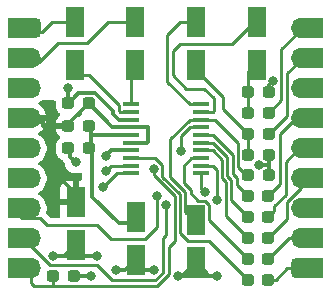
<source format=gtl>
G04 #@! TF.GenerationSoftware,KiCad,Pcbnew,9.0.4*
G04 #@! TF.CreationDate,2025-11-10T08:14:31+01:00*
G04 #@! TF.ProjectId,CodecModule,436f6465-634d-46f6-9475-6c652e6b6963,rev?*
G04 #@! TF.SameCoordinates,Original*
G04 #@! TF.FileFunction,Copper,L1,Top*
G04 #@! TF.FilePolarity,Positive*
%FSLAX46Y46*%
G04 Gerber Fmt 4.6, Leading zero omitted, Abs format (unit mm)*
G04 Created by KiCad (PCBNEW 9.0.4) date 2025-11-10 08:14:31*
%MOMM*%
%LPD*%
G01*
G04 APERTURE LIST*
G04 Aperture macros list*
%AMRoundRect*
0 Rectangle with rounded corners*
0 $1 Rounding radius*
0 $2 $3 $4 $5 $6 $7 $8 $9 X,Y pos of 4 corners*
0 Add a 4 corners polygon primitive as box body*
4,1,4,$2,$3,$4,$5,$6,$7,$8,$9,$2,$3,0*
0 Add four circle primitives for the rounded corners*
1,1,$1+$1,$2,$3*
1,1,$1+$1,$4,$5*
1,1,$1+$1,$6,$7*
1,1,$1+$1,$8,$9*
0 Add four rect primitives between the rounded corners*
20,1,$1+$1,$2,$3,$4,$5,0*
20,1,$1+$1,$4,$5,$6,$7,0*
20,1,$1+$1,$6,$7,$8,$9,0*
20,1,$1+$1,$8,$9,$2,$3,0*%
G04 Aperture macros list end*
G04 #@! TA.AperFunction,SMDPad,CuDef*
%ADD10RoundRect,0.237500X0.287500X0.237500X-0.287500X0.237500X-0.287500X-0.237500X0.287500X-0.237500X0*%
G04 #@! TD*
G04 #@! TA.AperFunction,SMDPad,CuDef*
%ADD11RoundRect,0.250000X-0.550000X1.050000X-0.550000X-1.050000X0.550000X-1.050000X0.550000X1.050000X0*%
G04 #@! TD*
G04 #@! TA.AperFunction,SMDPad,CuDef*
%ADD12R,1.450000X0.450000*%
G04 #@! TD*
G04 #@! TA.AperFunction,SMDPad,CuDef*
%ADD13RoundRect,0.237500X-0.287500X-0.237500X0.287500X-0.237500X0.287500X0.237500X-0.287500X0.237500X0*%
G04 #@! TD*
G04 #@! TA.AperFunction,ComponentPad*
%ADD14R,1.700000X1.700000*%
G04 #@! TD*
G04 #@! TA.AperFunction,ComponentPad*
%ADD15RoundRect,0.425000X-0.425000X-0.425000X0.425000X-0.425000X0.425000X0.425000X-0.425000X0.425000X0*%
G04 #@! TD*
G04 #@! TA.AperFunction,ComponentPad*
%ADD16O,1.700000X1.700000*%
G04 #@! TD*
G04 #@! TA.AperFunction,ComponentPad*
%ADD17RoundRect,0.425000X0.425000X0.425000X-0.425000X0.425000X-0.425000X-0.425000X0.425000X-0.425000X0*%
G04 #@! TD*
G04 #@! TA.AperFunction,ViaPad*
%ADD18C,0.800000*%
G04 #@! TD*
G04 #@! TA.AperFunction,Conductor*
%ADD19C,0.350000*%
G04 #@! TD*
G04 #@! TA.AperFunction,Conductor*
%ADD20C,0.300000*%
G04 #@! TD*
G04 #@! TA.AperFunction,Conductor*
%ADD21C,0.250000*%
G04 #@! TD*
G04 APERTURE END LIST*
D10*
X31595000Y-36195000D03*
X29845000Y-36195000D03*
X31595000Y-38100000D03*
X29845000Y-38100000D03*
D11*
X35560000Y-43920000D03*
X35560000Y-47520000D03*
D12*
X35209000Y-34348000D03*
X35209000Y-34998000D03*
X35209000Y-35648000D03*
X35209000Y-36298000D03*
X35209000Y-36948000D03*
X35209000Y-37598000D03*
X35209000Y-38248000D03*
X35209000Y-38898000D03*
X35209000Y-39548000D03*
X35209000Y-40198000D03*
X41109000Y-40198000D03*
X41109000Y-39548000D03*
X41109000Y-38898000D03*
X41109000Y-38248000D03*
X41109000Y-37598000D03*
X41109000Y-36948000D03*
X41109000Y-36298000D03*
X41109000Y-35648000D03*
X41109000Y-34998000D03*
X41109000Y-34348000D03*
D11*
X40640000Y-44152000D03*
X40640000Y-47752000D03*
D10*
X31595000Y-34290000D03*
X29845000Y-34290000D03*
D11*
X30480000Y-42650000D03*
X30480000Y-46250000D03*
D10*
X30353000Y-48895000D03*
X28603000Y-48895000D03*
X46813000Y-42109000D03*
X45063000Y-42109000D03*
X46813000Y-43887000D03*
X45063000Y-43887000D03*
X46813000Y-45665000D03*
X45063000Y-45665000D03*
X46813000Y-47443000D03*
X45063000Y-47443000D03*
D13*
X45063000Y-49221000D03*
X46813000Y-49221000D03*
D10*
X46824000Y-38644000D03*
X45074000Y-38644000D03*
X46824000Y-36866000D03*
X45074000Y-36866000D03*
X46824000Y-35088000D03*
X45074000Y-35088000D03*
X46824000Y-33310000D03*
X45074000Y-33310000D03*
D11*
X40673332Y-27424000D03*
X40673332Y-31024000D03*
X45808000Y-27424000D03*
X45808000Y-31024000D03*
X30404000Y-27424000D03*
X30404000Y-31024000D03*
X35538666Y-27424000D03*
X35538666Y-31024000D03*
D14*
X25600000Y-27940000D03*
D15*
X26670000Y-27940000D03*
D14*
X25600000Y-30480000D03*
D16*
X26670000Y-30480000D03*
D14*
X25600000Y-33020000D03*
D16*
X26670000Y-33020000D03*
D14*
X25600000Y-35560000D03*
D16*
X26670000Y-35560000D03*
D14*
X25600000Y-38100000D03*
D16*
X26670000Y-38100000D03*
D14*
X25600000Y-40640000D03*
D16*
X26670000Y-40640000D03*
D14*
X25600000Y-43180000D03*
D16*
X26670000Y-43180000D03*
D14*
X25600000Y-45720000D03*
D16*
X26670000Y-45720000D03*
D14*
X25600000Y-48260000D03*
D16*
X26670000Y-48260000D03*
D14*
X50600000Y-48260000D03*
D17*
X49530000Y-48260000D03*
D14*
X50600000Y-45720000D03*
D16*
X49530000Y-45720000D03*
D14*
X50600000Y-43180000D03*
D16*
X49530000Y-43180000D03*
D14*
X50600000Y-40640000D03*
D16*
X49530000Y-40640000D03*
D14*
X50600000Y-38100000D03*
D16*
X49530000Y-38100000D03*
D14*
X50600000Y-35560000D03*
D16*
X49530000Y-35560000D03*
D14*
X50600000Y-33020000D03*
D16*
X49530000Y-33020000D03*
D14*
X50600000Y-30480000D03*
D16*
X49530000Y-30480000D03*
D14*
X50600000Y-27940000D03*
D16*
X49530000Y-27940000D03*
D13*
X45074000Y-40386000D03*
X46824000Y-40386000D03*
D18*
X45974000Y-39497000D03*
X42417997Y-48895003D03*
X31750000Y-48895000D03*
X32258000Y-47244000D03*
X29845000Y-33020000D03*
X33020000Y-38735000D03*
X30480000Y-39279990D03*
X39116000Y-48895000D03*
X37103498Y-48356773D03*
X33867870Y-48394373D03*
X47153990Y-32381726D03*
X28579660Y-47239340D03*
X42454990Y-42497014D03*
X38136992Y-42926000D03*
X37379505Y-42083205D03*
X41404869Y-41801980D03*
X32766000Y-41402000D03*
X33020000Y-40005000D03*
X37084000Y-39878000D03*
X39370000Y-38354000D03*
D19*
X31877000Y-42175068D02*
X31877000Y-38227000D01*
X35560000Y-44450000D02*
X34151932Y-44450000D01*
X31750000Y-36830000D02*
X31750000Y-37084000D01*
X31877000Y-38227000D02*
X31750000Y-38100000D01*
X35209000Y-36948000D02*
X31886000Y-36948000D01*
X31750000Y-38100000D02*
X31750000Y-37084000D01*
X31750000Y-36195000D02*
X31750000Y-36830000D01*
X34151932Y-44450000D02*
X31877000Y-42175068D01*
X31886000Y-36948000D02*
X31750000Y-37084000D01*
D20*
X46824000Y-40684500D02*
X46561500Y-40422000D01*
D19*
X33658988Y-35172988D02*
X33658988Y-34962766D01*
X30353000Y-48895000D02*
X31750000Y-48895000D01*
X32126330Y-47239340D02*
X29145345Y-47239340D01*
X35209000Y-38248000D02*
X33507000Y-38248000D01*
X46539685Y-39497000D02*
X46824000Y-39497000D01*
X30080001Y-38879991D02*
X30480000Y-39279990D01*
X37103498Y-48356773D02*
X36396773Y-48356773D01*
X32136212Y-33439990D02*
X30695010Y-33439990D01*
X29083000Y-47244000D02*
X29486000Y-47244000D01*
X41783003Y-48895003D02*
X40640000Y-47752000D01*
X30480000Y-46736000D02*
X30988010Y-47244010D01*
X33507000Y-38248000D02*
X33020000Y-38735000D01*
X35209000Y-35648000D02*
X34134000Y-35648000D01*
X46824000Y-32711716D02*
X47153990Y-32381726D01*
D20*
X46824000Y-39497000D02*
X46824000Y-40159500D01*
X46824000Y-40159500D02*
X46561500Y-40422000D01*
D19*
X29145345Y-47239340D02*
X28579660Y-47239340D01*
X36396773Y-48356773D02*
X35560000Y-47520000D01*
X30000000Y-38799990D02*
X30080001Y-38879991D01*
X30000000Y-38100000D02*
X30000000Y-38799990D01*
X31750000Y-47244010D02*
X31749990Y-47244000D01*
X33658988Y-34962766D02*
X32136212Y-33439990D01*
X29486000Y-47244000D02*
X30480000Y-46250000D01*
X33867870Y-48394373D02*
X34685627Y-48394373D01*
X30480000Y-46250000D02*
X30480000Y-46736000D01*
X46824000Y-33310000D02*
X46824000Y-32711716D01*
X39116000Y-48895000D02*
X39497000Y-48895000D01*
D20*
X46824000Y-38644000D02*
X46824000Y-39497000D01*
D19*
X34685627Y-48394373D02*
X35560000Y-47520000D01*
X39497000Y-48895000D02*
X40640000Y-47752000D01*
X45974000Y-39497000D02*
X46539685Y-39497000D01*
X32130990Y-47244000D02*
X32126330Y-47239340D01*
X30988010Y-47244010D02*
X31750000Y-47244010D01*
X29845000Y-34290000D02*
X29845000Y-33020000D01*
D20*
X39116000Y-48895000D02*
X40640000Y-48895000D01*
D19*
X30344072Y-33790928D02*
X29845000Y-34290000D01*
X42417997Y-48895003D02*
X41783003Y-48895003D01*
D20*
X40640000Y-48895000D02*
X42417994Y-48895000D01*
D19*
X34134000Y-35648000D02*
X33658988Y-35172988D01*
X30695010Y-33439990D02*
X30344072Y-33790928D01*
D20*
X46561500Y-40422000D02*
X46561500Y-40147479D01*
D19*
X36570000Y-37598000D02*
X36576000Y-37592000D01*
X27722000Y-35850000D02*
X25925010Y-35850000D01*
X29845000Y-36195000D02*
X27758120Y-36195000D01*
X36576000Y-37592000D02*
X36576000Y-36322000D01*
X35209000Y-36298000D02*
X33603000Y-36298000D01*
X29845000Y-36040000D02*
X31595000Y-34290000D01*
X35209000Y-37598000D02*
X36570000Y-37598000D01*
X30060000Y-41490000D02*
X28575000Y-40005000D01*
X33603000Y-36298000D02*
X31595000Y-34290000D01*
X36576000Y-36322000D02*
X36552000Y-36298000D01*
X27758120Y-35886120D02*
X27722000Y-35850000D01*
X31595000Y-34600000D02*
X31595000Y-34290000D01*
X29845000Y-36195000D02*
X29845000Y-36040000D01*
X30060000Y-41490000D02*
X30060000Y-43180000D01*
X28575000Y-40005000D02*
X28575000Y-37620000D01*
X27758120Y-36195000D02*
X27758120Y-35886120D01*
X36552000Y-36298000D02*
X35209000Y-36298000D01*
D21*
X34158999Y-34412999D02*
X31640710Y-31894710D01*
X31640710Y-31894710D02*
X31020710Y-31894710D01*
X31020710Y-31894710D02*
X30150000Y-31024000D01*
X34158999Y-34922999D02*
X34158999Y-34412999D01*
X34234000Y-34998000D02*
X34158999Y-34922999D01*
X35209000Y-34998000D02*
X34234000Y-34998000D01*
X42084000Y-39548000D02*
X42423946Y-39887946D01*
X42423946Y-41900285D02*
X42454990Y-41931329D01*
X37846000Y-48639590D02*
X37209590Y-49276000D01*
X37846000Y-45720000D02*
X37846000Y-48639590D01*
X28321000Y-48006000D02*
X26510010Y-46195010D01*
X32258000Y-48006000D02*
X28321000Y-48006000D01*
X41109000Y-39548000D02*
X42084000Y-39548000D01*
X37209590Y-49276000D02*
X33528000Y-49276000D01*
X42454990Y-41931329D02*
X42454990Y-42497014D01*
X38136992Y-45429008D02*
X37846000Y-45720000D01*
X33528000Y-49276000D02*
X32258000Y-48006000D01*
X38136992Y-42926000D02*
X38136992Y-45429008D01*
X26510010Y-46195010D02*
X25875010Y-46195010D01*
X42423946Y-39887946D02*
X42423946Y-41900285D01*
X41109000Y-41506111D02*
X41404869Y-41801980D01*
X36348180Y-45777010D02*
X33458010Y-45777010D01*
X37379505Y-44745685D02*
X36348180Y-45777010D01*
X27435010Y-43945010D02*
X25875010Y-43945010D01*
X33458010Y-45777010D02*
X32283990Y-44602990D01*
X37379505Y-42083205D02*
X37379505Y-44745685D01*
X32283990Y-44602990D02*
X28092990Y-44602990D01*
X41109000Y-40198000D02*
X40609000Y-40198000D01*
X28092990Y-44602990D02*
X27435010Y-43945010D01*
X41109000Y-40198000D02*
X41109000Y-41506111D01*
X33970000Y-40198000D02*
X33165999Y-41002001D01*
X33165999Y-41002001D02*
X32766000Y-41402000D01*
X35209000Y-40198000D02*
X33970000Y-40198000D01*
X35209000Y-39548000D02*
X33477000Y-39548000D01*
X33477000Y-39548000D02*
X33020000Y-40005000D01*
X28448000Y-49784000D02*
X37338000Y-49784000D01*
X28603000Y-48895000D02*
X28603000Y-49629000D01*
X38354000Y-48768000D02*
X38354000Y-46482000D01*
X26991919Y-49784000D02*
X26670000Y-49462081D01*
X38354000Y-46482000D02*
X38862000Y-45974000D01*
X41109000Y-36298000D02*
X40134000Y-36298000D01*
X38862000Y-45974000D02*
X38862000Y-42164000D01*
X26670000Y-48260000D02*
X25875010Y-48260000D01*
X38862000Y-42164000D02*
X37084000Y-40386000D01*
X40134000Y-36298000D02*
X39370000Y-37062000D01*
X37084000Y-40386000D02*
X37084000Y-39878000D01*
X28603000Y-49629000D02*
X28448000Y-49784000D01*
X39370000Y-37062000D02*
X39370000Y-37788315D01*
X26670000Y-49462081D02*
X26670000Y-48260000D01*
X39370000Y-37788315D02*
X39370000Y-38354000D01*
X28448000Y-49784000D02*
X26991919Y-49784000D01*
X37338000Y-49784000D02*
X38354000Y-48768000D01*
X49197000Y-28400000D02*
X50324990Y-28400000D01*
X47879000Y-34033000D02*
X47879000Y-29718000D01*
X47879000Y-29718000D02*
X49197000Y-28400000D01*
X46824000Y-35088000D02*
X47879000Y-34033000D01*
X48354999Y-33584001D02*
X48387000Y-33616002D01*
X46824000Y-36767721D02*
X46824000Y-36866000D01*
X48387000Y-34963998D02*
X48354999Y-34995999D01*
X48387000Y-33616002D02*
X48387000Y-34963998D01*
X48354999Y-34995999D02*
X48354999Y-35335001D01*
X49197000Y-30940000D02*
X48387000Y-31750000D01*
X50324990Y-30940000D02*
X49197000Y-30940000D01*
X48354999Y-32455999D02*
X48354999Y-33584001D01*
X48354999Y-35335001D02*
X46824000Y-36866000D01*
X48387000Y-32423998D02*
X48354999Y-32455999D01*
X48387000Y-31750000D02*
X48387000Y-32423998D01*
X48387000Y-44091000D02*
X48387000Y-43776002D01*
X48387000Y-43776002D02*
X48354999Y-43744001D01*
X46813000Y-45665000D02*
X48387000Y-44091000D01*
X49530000Y-40640000D02*
X49530000Y-41440998D01*
X49530000Y-41440998D02*
X48354999Y-42615999D01*
X48354999Y-42615999D02*
X48354999Y-42926000D01*
X50292000Y-40640000D02*
X50324990Y-40640000D01*
X48354999Y-43744001D02*
X48354999Y-42926000D01*
X48354999Y-42926000D02*
X48354999Y-42766999D01*
X47809989Y-41112011D02*
X47809989Y-36899011D01*
X46813000Y-42109000D02*
X47809989Y-41112011D01*
X47809989Y-36899011D02*
X49149000Y-35560000D01*
X49149000Y-35560000D02*
X50324990Y-35560000D01*
X46813000Y-43887000D02*
X47312072Y-43387928D01*
X48260000Y-42035590D02*
X48260000Y-39243000D01*
X47312072Y-43387928D02*
X47312072Y-42983518D01*
X48260000Y-39243000D02*
X49403000Y-38100000D01*
X49403000Y-38100000D02*
X50324990Y-38100000D01*
X47312072Y-42983518D02*
X48260000Y-42035590D01*
X48536000Y-45720000D02*
X50324990Y-45720000D01*
X46813000Y-47443000D02*
X48536000Y-45720000D01*
X48399000Y-48260000D02*
X50324990Y-48260000D01*
X47438000Y-49221000D02*
X48399000Y-48260000D01*
X46813000Y-49221000D02*
X47438000Y-49221000D01*
X37809002Y-40474591D02*
X39312011Y-41977600D01*
X37177004Y-38898000D02*
X37809002Y-39529998D01*
X37809002Y-39529998D02*
X37809002Y-40474591D01*
X41816000Y-45974000D02*
X45063000Y-49221000D01*
X40006411Y-45974000D02*
X41816000Y-45974000D01*
X39312011Y-41977600D02*
X39312011Y-45279600D01*
X39312011Y-45279600D02*
X40006411Y-45974000D01*
X35209000Y-38898000D02*
X37177004Y-38898000D01*
X42084000Y-38248000D02*
X42873957Y-39037957D01*
X42873957Y-40592189D02*
X43180000Y-40898232D01*
X43180000Y-43782000D02*
X44563928Y-45165928D01*
X41109000Y-38248000D02*
X42084000Y-38248000D01*
X44563928Y-45165928D02*
X45063000Y-45665000D01*
X42873957Y-39037957D02*
X42873957Y-40592189D01*
X43180000Y-40898232D02*
X43180000Y-43782000D01*
X41428180Y-42526990D02*
X40880222Y-42526990D01*
X40280004Y-38898000D02*
X41109000Y-38898000D01*
X40212033Y-41604800D02*
X39624000Y-41016767D01*
X40212033Y-41858801D02*
X40212033Y-41604800D01*
X39624000Y-41016767D02*
X39624000Y-39554004D01*
X45063000Y-47443000D02*
X41765010Y-44145010D01*
X40880222Y-42526990D02*
X40212033Y-41858801D01*
X41765010Y-44145010D02*
X41765010Y-42863820D01*
X41765010Y-42863820D02*
X41428180Y-42526990D01*
X39624000Y-39554004D02*
X40280004Y-38898000D01*
X35230000Y-27424000D02*
X33224000Y-27424000D01*
X31438000Y-29210000D02*
X28956000Y-29210000D01*
X27396000Y-30770000D02*
X25875010Y-30770000D01*
X33224000Y-27424000D02*
X31438000Y-29210000D01*
X28956000Y-29210000D02*
X27396000Y-30770000D01*
X28456000Y-27424000D02*
X27650000Y-28230000D01*
X30150000Y-27424000D02*
X28456000Y-27424000D01*
X27650000Y-28230000D02*
X25875010Y-28230000D01*
X40134000Y-34348000D02*
X38245989Y-32459989D01*
X38245989Y-32459989D02*
X38245989Y-28498011D01*
X38245989Y-28498011D02*
X39320000Y-27424000D01*
X41109000Y-34348000D02*
X40134000Y-34348000D01*
X39320000Y-27424000D02*
X40220000Y-27424000D01*
X35209000Y-34348000D02*
X35209000Y-31045000D01*
X35209000Y-34348000D02*
X35709000Y-34348000D01*
X35209000Y-31045000D02*
X35230000Y-31024000D01*
X41090710Y-31894710D02*
X40220000Y-31024000D01*
X45074000Y-38644000D02*
X45074000Y-36866000D01*
X42926000Y-33730000D02*
X41090710Y-31894710D01*
X42926000Y-34718000D02*
X42926000Y-33730000D01*
X45074000Y-36866000D02*
X42926000Y-34718000D01*
X42084000Y-34998000D02*
X42159001Y-34922999D01*
X44683290Y-28294710D02*
X45554000Y-27424000D01*
X42159001Y-33862999D02*
X41352002Y-33056000D01*
X41109000Y-34998000D02*
X42084000Y-34998000D01*
X43732000Y-29246000D02*
X44683290Y-28294710D01*
X39334000Y-29246000D02*
X43732000Y-29246000D01*
X42159001Y-34922999D02*
X42159001Y-33862999D01*
X39838810Y-33056000D02*
X38696000Y-31913190D01*
X41352002Y-33056000D02*
X39838810Y-33056000D01*
X38696000Y-31913190D02*
X38696000Y-29884000D01*
X38696000Y-29884000D02*
X39334000Y-29246000D01*
X45074000Y-31504000D02*
X45554000Y-31024000D01*
X44683290Y-32919290D02*
X45074000Y-33310000D01*
X45074000Y-35088000D02*
X45074000Y-33310000D01*
X45074000Y-33310000D02*
X45074000Y-31504000D01*
X41109000Y-35648000D02*
X40134000Y-35648000D01*
X38469978Y-37312022D02*
X38469978Y-40499157D01*
X39762022Y-41791200D02*
X39762022Y-43476022D01*
X39762022Y-43476022D02*
X40728000Y-44442000D01*
X44223990Y-39659490D02*
X44223990Y-37619990D01*
X40134000Y-35648000D02*
X38469978Y-37312022D01*
X38469978Y-40499157D02*
X39762022Y-41791200D01*
X44986500Y-40422000D02*
X44223990Y-39659490D01*
X44223990Y-37619990D02*
X42252000Y-35648000D01*
X42252000Y-35648000D02*
X41109000Y-35648000D01*
X41109000Y-36948000D02*
X42084000Y-36948000D01*
X43773979Y-38637979D02*
X43773979Y-40219389D01*
X42084000Y-36948000D02*
X43773979Y-38637979D01*
X44563928Y-41609928D02*
X45063000Y-42109000D01*
X44126991Y-41172991D02*
X44563928Y-41609928D01*
X43773979Y-40219389D02*
X44126991Y-40572401D01*
X44126991Y-40572401D02*
X44126991Y-41172991D01*
X43323968Y-40405789D02*
X43676980Y-40758801D01*
X41109000Y-37598000D02*
X42084000Y-37598000D01*
X44563928Y-43387928D02*
X45063000Y-43887000D01*
X43676980Y-42500980D02*
X44563928Y-43387928D01*
X43323968Y-38837968D02*
X43323968Y-40405789D01*
X42084000Y-37598000D02*
X43323968Y-38837968D01*
X43676980Y-40758801D02*
X43676980Y-42500980D01*
G04 #@! TA.AperFunction,Conductor*
G36*
X28753621Y-34056002D02*
G01*
X28800114Y-34109658D01*
X28811500Y-34162000D01*
X28811500Y-34577212D01*
X28821937Y-34679380D01*
X28876791Y-34844920D01*
X28968342Y-34993346D01*
X28968347Y-34993352D01*
X29091647Y-35116652D01*
X29091653Y-35116657D01*
X29091654Y-35116658D01*
X29122288Y-35135553D01*
X29169766Y-35188339D01*
X29181169Y-35258414D01*
X29152876Y-35323530D01*
X29122288Y-35350035D01*
X29091966Y-35368737D01*
X29091960Y-35368742D01*
X28968742Y-35491960D01*
X28968737Y-35491966D01*
X28877248Y-35640292D01*
X28822431Y-35805723D01*
X28822430Y-35805726D01*
X28812000Y-35907815D01*
X28812000Y-35941000D01*
X29719000Y-35941000D01*
X29787121Y-35961002D01*
X29833614Y-36014658D01*
X29845000Y-36067000D01*
X29845000Y-36323000D01*
X29824998Y-36391121D01*
X29771342Y-36437614D01*
X29719000Y-36449000D01*
X28812000Y-36449000D01*
X28812000Y-36482184D01*
X28822430Y-36584273D01*
X28822431Y-36584276D01*
X28877248Y-36749707D01*
X28968737Y-36898033D01*
X28968742Y-36898039D01*
X29091960Y-37021257D01*
X29091966Y-37021262D01*
X29122286Y-37039963D01*
X29169765Y-37092748D01*
X29181169Y-37162823D01*
X29152878Y-37227939D01*
X29122290Y-37254444D01*
X29091658Y-37273338D01*
X29091647Y-37273347D01*
X28968347Y-37396647D01*
X28968342Y-37396653D01*
X28876791Y-37545080D01*
X28821937Y-37710622D01*
X28811500Y-37812778D01*
X28811500Y-38387212D01*
X28821937Y-38489380D01*
X28876791Y-38654920D01*
X28968342Y-38803346D01*
X28968347Y-38803352D01*
X29091647Y-38926652D01*
X29091653Y-38926657D01*
X29091654Y-38926658D01*
X29240080Y-39018209D01*
X29313435Y-39042516D01*
X29337382Y-39059095D01*
X29362939Y-39073066D01*
X29367564Y-39079992D01*
X29371806Y-39082929D01*
X29384418Y-39101786D01*
X29387637Y-39107689D01*
X29394290Y-39123749D01*
X29402614Y-39136206D01*
X29469091Y-39235696D01*
X29469093Y-39235698D01*
X29536684Y-39303289D01*
X29570710Y-39365601D01*
X29571168Y-39367802D01*
X29589062Y-39457764D01*
X29606413Y-39544990D01*
X29674898Y-39710326D01*
X29774322Y-39859125D01*
X29900865Y-39985668D01*
X30049664Y-40085092D01*
X30215000Y-40153577D01*
X30390521Y-40188490D01*
X30390522Y-40188490D01*
X30569478Y-40188490D01*
X30569479Y-40188490D01*
X30745000Y-40153577D01*
X30813780Y-40125086D01*
X30884370Y-40117497D01*
X30947858Y-40149275D01*
X30984086Y-40210333D01*
X30988000Y-40241495D01*
X30988000Y-40716000D01*
X30967998Y-40784121D01*
X30914342Y-40830614D01*
X30862000Y-40842000D01*
X30734000Y-40842000D01*
X30734000Y-42524000D01*
X30713998Y-42592121D01*
X30660342Y-42638614D01*
X30608000Y-42650000D01*
X30480000Y-42650000D01*
X30480000Y-42778000D01*
X30459998Y-42846121D01*
X30406342Y-42892614D01*
X30354000Y-42904000D01*
X29172000Y-42904000D01*
X29172000Y-43750516D01*
X29171999Y-43750516D01*
X29180191Y-43830683D01*
X29167217Y-43900484D01*
X29118565Y-43952190D01*
X29054844Y-43969490D01*
X28407584Y-43969490D01*
X28339463Y-43949488D01*
X28318489Y-43932585D01*
X28022418Y-43636514D01*
X27988392Y-43574202D01*
X27991683Y-43508475D01*
X27995047Y-43498122D01*
X27995046Y-43498122D01*
X27995049Y-43498116D01*
X28028500Y-43286916D01*
X28028500Y-43073084D01*
X27995049Y-42861884D01*
X27928972Y-42658517D01*
X27831894Y-42467991D01*
X27706206Y-42294996D01*
X27706203Y-42294993D01*
X27706201Y-42294990D01*
X27555009Y-42143798D01*
X27555006Y-42143796D01*
X27555004Y-42143794D01*
X27382009Y-42018106D01*
X27382007Y-42018105D01*
X27380920Y-42017439D01*
X27380591Y-42017075D01*
X27378004Y-42015196D01*
X27378398Y-42014652D01*
X27333283Y-41964796D01*
X27321670Y-41894756D01*
X27349766Y-41829555D01*
X27378130Y-41804978D01*
X27378004Y-41804804D01*
X27380030Y-41803331D01*
X27380920Y-41802561D01*
X27381997Y-41801899D01*
X27382009Y-41801894D01*
X27555004Y-41676206D01*
X27681727Y-41549483D01*
X29172000Y-41549483D01*
X29172000Y-42396000D01*
X30226000Y-42396000D01*
X30226000Y-40842000D01*
X29879483Y-40842000D01*
X29775681Y-40852605D01*
X29775678Y-40852606D01*
X29607474Y-40908342D01*
X29456660Y-41001365D01*
X29456654Y-41001370D01*
X29331370Y-41126654D01*
X29331365Y-41126660D01*
X29238342Y-41277474D01*
X29182606Y-41445678D01*
X29182605Y-41445681D01*
X29172000Y-41549483D01*
X27681727Y-41549483D01*
X27706206Y-41525004D01*
X27831894Y-41352009D01*
X27928972Y-41161483D01*
X27995049Y-40958116D01*
X28028500Y-40746916D01*
X28028500Y-40533084D01*
X27995049Y-40321884D01*
X27928972Y-40118517D01*
X27831894Y-39927991D01*
X27706206Y-39754996D01*
X27706203Y-39754993D01*
X27706201Y-39754990D01*
X27555009Y-39603798D01*
X27555006Y-39603796D01*
X27555004Y-39603794D01*
X27382009Y-39478106D01*
X27382007Y-39478105D01*
X27380920Y-39477439D01*
X27380591Y-39477075D01*
X27378004Y-39475196D01*
X27378398Y-39474652D01*
X27333283Y-39424796D01*
X27321670Y-39354756D01*
X27349766Y-39289555D01*
X27378130Y-39264978D01*
X27378004Y-39264804D01*
X27380030Y-39263331D01*
X27380920Y-39262561D01*
X27381997Y-39261899D01*
X27382009Y-39261894D01*
X27555004Y-39136206D01*
X27706206Y-38985004D01*
X27831894Y-38812009D01*
X27928972Y-38621483D01*
X27995049Y-38418116D01*
X28028500Y-38206916D01*
X28028500Y-37993084D01*
X27995049Y-37781884D01*
X27928972Y-37578517D01*
X27831894Y-37387991D01*
X27706206Y-37214996D01*
X27706203Y-37214993D01*
X27706201Y-37214990D01*
X27555009Y-37063798D01*
X27555006Y-37063796D01*
X27555004Y-37063794D01*
X27472424Y-37003796D01*
X27382006Y-36938103D01*
X27380427Y-36937136D01*
X27379952Y-36936611D01*
X27378004Y-36935196D01*
X27378301Y-36934786D01*
X27332797Y-36884488D01*
X27321191Y-36814446D01*
X27349296Y-36749249D01*
X27377844Y-36724516D01*
X27377742Y-36724376D01*
X27379382Y-36723184D01*
X27380448Y-36722261D01*
X27381754Y-36721460D01*
X27554679Y-36595822D01*
X27705822Y-36444679D01*
X27831463Y-36271750D01*
X27928506Y-36081292D01*
X27928509Y-36081286D01*
X27994559Y-35878004D01*
X28004698Y-35814000D01*
X27100703Y-35814000D01*
X27135925Y-35752993D01*
X27170000Y-35625826D01*
X27170000Y-35494174D01*
X27135925Y-35367007D01*
X27100703Y-35306000D01*
X28004697Y-35306000D01*
X27994559Y-35241995D01*
X27928509Y-35038713D01*
X27928506Y-35038707D01*
X27831463Y-34848249D01*
X27705822Y-34675320D01*
X27554679Y-34524177D01*
X27381749Y-34398535D01*
X27380433Y-34397729D01*
X27380037Y-34397291D01*
X27377742Y-34395624D01*
X27378092Y-34395141D01*
X27357960Y-34372891D01*
X27334682Y-34348822D01*
X27334256Y-34346693D01*
X27332800Y-34345084D01*
X27327322Y-34312039D01*
X27320753Y-34279205D01*
X27321545Y-34277185D01*
X27321190Y-34275043D01*
X27334444Y-34244290D01*
X27346672Y-34213109D01*
X27348646Y-34211340D01*
X27349291Y-34209844D01*
X27372452Y-34188177D01*
X27379078Y-34183387D01*
X27382009Y-34181894D01*
X27549943Y-34059882D01*
X27583336Y-34048060D01*
X27616562Y-34036205D01*
X27616843Y-34036196D01*
X27616869Y-34036188D01*
X27616900Y-34036195D01*
X27623755Y-34036000D01*
X28685500Y-34036000D01*
X28753621Y-34056002D01*
G37*
G04 #@! TD.AperFunction*
G04 #@! TA.AperFunction,Conductor*
G36*
X30942735Y-34909091D02*
G01*
X30982218Y-34968097D01*
X30988000Y-35005827D01*
X30988000Y-35207750D01*
X30967998Y-35275871D01*
X30928148Y-35314990D01*
X30841653Y-35368341D01*
X30808741Y-35401254D01*
X30806601Y-35402422D01*
X30805353Y-35404519D01*
X30775593Y-35419354D01*
X30746429Y-35435280D01*
X30743996Y-35435106D01*
X30741814Y-35436194D01*
X30708780Y-35432587D01*
X30675614Y-35430215D01*
X30672906Y-35428670D01*
X30671237Y-35428488D01*
X30663444Y-35423271D01*
X30640424Y-35410138D01*
X30554636Y-35340773D01*
X30538822Y-35317917D01*
X30520233Y-35297250D01*
X30518913Y-35289141D01*
X30514241Y-35282388D01*
X30513294Y-35254610D01*
X30508830Y-35227175D01*
X30512102Y-35219642D01*
X30511823Y-35211433D01*
X30526046Y-35187550D01*
X30537122Y-35162059D01*
X30545605Y-35154708D01*
X30548151Y-35150434D01*
X30553772Y-35147631D01*
X30567710Y-35135554D01*
X30598346Y-35116658D01*
X30721658Y-34993346D01*
X30754760Y-34939678D01*
X30807545Y-34892202D01*
X30877620Y-34880799D01*
X30942735Y-34909091D01*
G37*
G04 #@! TD.AperFunction*
M02*

</source>
